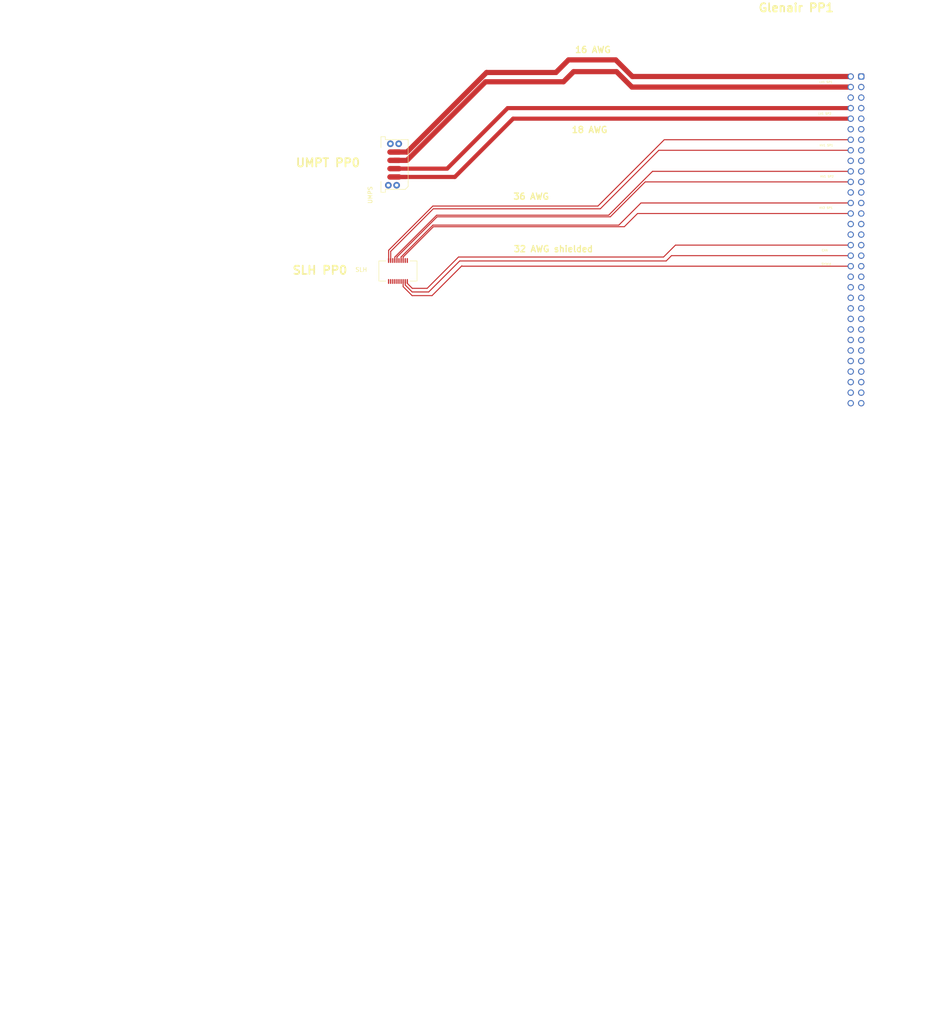
<source format=kicad_pcb>
(kicad_pcb (version 20171130) (host pcbnew "(5.1.2)-2")
  (layers (0 F.Cu signal) (31 B.Cu signal) (34 B.Paste user) (35 F.Paste user) (36 B.SilkS user) (37 F.SilkS user) (38 B.Mask user) (39 F.Mask user) (44 Edge.Cuts user))
  (net 0 "")
  (module "" (layer F.Cu) (at -29.36 260.37 90)
    (fp_text reference "" (at 176.73 71.62 90) (layer F.SilkS) (effects (font (size 1.27 1.27))))
    (fp_text value "" (at 176.73 71.62 90) (layer F.SilkS) (effects (font (size 1.27 1.27))))
    (fp_text user "SLH PP0" (at 181.43 76.87 180) (layer F.SilkS) (effects (font (size 2 2) (thickness 0.4))))
  )
  (module "" (layer F.Cu) (at -11.99 223.1 90)
    (fp_text reference "" (at 176.73 71.62 90) (layer F.SilkS) (effects (font (size 1.27 1.27))))
    (fp_text value "" (at 176.73 71.62 90) (layer F.SilkS) (effects (font (size 1.27 1.27))))
    (fp_text user "UMPT PP0" (at 170.07 61.43 180) (layer F.SilkS) (effects (font (size 2 2) (thickness 0.4))))
  )
  (module SCIPP_Connectors:EJH (layer F.Cu) (at 176.73 71.62 270)
    (fp_text reference "Glenair PP1" (at -55.94 14.41 180) (layer F.SilkS) (effects (font (size 2 2) (thickness 0.4))))
    (fp_text value EJH)
    (pad 64 thru_hole circle (at 39.37 1.27 270) (size 1.524 1.524) (drill 1.02) (layers *.Cu *.Mask))
    (pad 63 thru_hole circle (at 36.83 1.27 270) (size 1.524 1.524) (drill 1.02) (layers *.Cu *.Mask))
    (pad 62 thru_hole circle (at 34.29 1.27 270) (size 1.524 1.524) (drill 1.02) (layers *.Cu *.Mask))
    (pad 61 thru_hole circle (at 31.75 1.27 270) (size 1.524 1.524) (drill 1.02) (layers *.Cu *.Mask))
    (pad 60 thru_hole circle (at 29.21 1.27 270) (size 1.524 1.524) (drill 1.02) (layers *.Cu *.Mask))
    (pad 59 thru_hole circle (at 26.67 1.27 270) (size 1.524 1.524) (drill 1.02) (layers *.Cu *.Mask))
    (pad 58 thru_hole circle (at 24.13 1.27 270) (size 1.524 1.524) (drill 1.02) (layers *.Cu *.Mask))
    (pad 57 thru_hole circle (at 21.59 1.27 270) (size 1.524 1.524) (drill 1.02) (layers *.Cu *.Mask))
    (pad 56 thru_hole circle (at 19.05 1.27 270) (size 1.524 1.524) (drill 1.02) (layers *.Cu *.Mask))
    (pad 55 thru_hole circle (at 16.51 1.27 270) (size 1.524 1.524) (drill 1.02) (layers *.Cu *.Mask))
    (pad 54 thru_hole circle (at 13.97 1.27 270) (size 1.524 1.524) (drill 1.02) (layers *.Cu *.Mask))
    (pad 53 thru_hole circle (at 11.43 1.27 270) (size 1.524 1.524) (drill 1.02) (layers *.Cu *.Mask))
    (pad 52 thru_hole circle (at 8.89 1.27 270) (size 1.524 1.524) (drill 1.02) (layers *.Cu *.Mask))
    (pad 51 thru_hole circle (at 6.35 1.27 270) (size 1.524 1.524) (drill 1.02) (layers *.Cu *.Mask))
    (pad 50 thru_hole circle (at 3.81 1.27 270) (size 1.524 1.524) (drill 1.02) (layers *.Cu *.Mask))
    (pad 49 thru_hole circle (at 1.27 1.27 270) (size 1.524 1.524) (drill 1.02) (layers *.Cu *.Mask))
    (pad 48 thru_hole circle (at -1.27 1.27 270) (size 1.524 1.524) (drill 1.02) (layers *.Cu *.Mask))
    (pad 47 thru_hole circle (at -3.81 1.27 270) (size 1.524 1.524) (drill 1.02) (layers *.Cu *.Mask))
    (pad 46 thru_hole circle (at -6.35 1.27 270) (size 1.524 1.524) (drill 1.02) (layers *.Cu *.Mask))
    (pad 45 thru_hole circle (at -8.89 1.27 270) (size 1.524 1.524) (drill 1.02) (layers *.Cu *.Mask))
    (pad 44 thru_hole circle (at -11.43 1.27 270) (size 1.524 1.524) (drill 1.02) (layers *.Cu *.Mask))
    (pad 43 thru_hole circle (at -13.97 1.27 270) (size 1.524 1.524) (drill 1.02) (layers *.Cu *.Mask))
    (pad 42 thru_hole circle (at -16.51 1.27 270) (size 1.524 1.524) (drill 1.02) (layers *.Cu *.Mask))
    (pad 41 thru_hole circle (at -19.05 1.27 270) (size 1.524 1.524) (drill 1.02) (layers *.Cu *.Mask))
    (pad 40 thru_hole circle (at -21.59 1.27 270) (size 1.524 1.524) (drill 1.02) (layers *.Cu *.Mask))
    (pad 39 thru_hole circle (at -24.13 1.27 270) (size 1.524 1.524) (drill 1.02) (layers *.Cu *.Mask))
    (pad 38 thru_hole circle (at -26.67 1.27 270) (size 1.524 1.524) (drill 1.02) (layers *.Cu *.Mask))
    (pad 37 thru_hole circle (at -29.21 1.27 270) (size 1.524 1.524) (drill 1.02) (layers *.Cu *.Mask))
    (pad 36 thru_hole circle (at -31.75 1.27 270) (size 1.524 1.524) (drill 1.02) (layers *.Cu *.Mask))
    (pad 35 thru_hole circle (at -34.29 1.27 270) (size 1.524 1.524) (drill 1.02) (layers *.Cu *.Mask))
    (pad 34 thru_hole circle (at -36.83 1.27 270) (size 1.524 1.524) (drill 1.02) (layers *.Cu *.Mask))
    (pad 33 thru_hole circle (at -39.37 1.27 270) (size 1.524 1.524) (drill 1.02) (layers *.Cu *.Mask))
    (pad 32 thru_hole circle (at 39.37 -1.27 270) (size 1.524 1.524) (drill 1.02) (layers *.Cu *.Mask))
    (pad 31 thru_hole circle (at 36.83 -1.27 270) (size 1.524 1.524) (drill 1.02) (layers *.Cu *.Mask))
    (pad 30 thru_hole circle (at 34.29 -1.27 270) (size 1.524 1.524) (drill 1.02) (layers *.Cu *.Mask))
    (pad 29 thru_hole circle (at 31.75 -1.27 270) (size 1.524 1.524) (drill 1.02) (layers *.Cu *.Mask))
    (pad 28 thru_hole circle (at 29.21 -1.27 270) (size 1.524 1.524) (drill 1.02) (layers *.Cu *.Mask))
    (pad 27 thru_hole circle (at 26.67 -1.27 270) (size 1.524 1.524) (drill 1.02) (layers *.Cu *.Mask))
    (pad 26 thru_hole circle (at 24.13 -1.27 270) (size 1.524 1.524) (drill 1.02) (layers *.Cu *.Mask))
    (pad 25 thru_hole circle (at 21.59 -1.27 270) (size 1.524 1.524) (drill 1.02) (layers *.Cu *.Mask))
    (pad 24 thru_hole circle (at 19.05 -1.27 270) (size 1.524 1.524) (drill 1.02) (layers *.Cu *.Mask))
    (pad 23 thru_hole circle (at 16.51 -1.27 270) (size 1.524 1.524) (drill 1.02) (layers *.Cu *.Mask))
    (pad 22 thru_hole circle (at 13.97 -1.27 270) (size 1.524 1.524) (drill 1.02) (layers *.Cu *.Mask))
    (pad 21 thru_hole circle (at 11.43 -1.27 270) (size 1.524 1.524) (drill 1.02) (layers *.Cu *.Mask))
    (pad 20 thru_hole circle (at 8.89 -1.27 270) (size 1.524 1.524) (drill 1.02) (layers *.Cu *.Mask))
    (pad 19 thru_hole circle (at 6.35 -1.27 270) (size 1.524 1.524) (drill 1.02) (layers *.Cu *.Mask))
    (pad 18 thru_hole circle (at 3.81 -1.27 270) (size 1.524 1.524) (drill 1.02) (layers *.Cu *.Mask))
    (pad 17 thru_hole circle (at 1.27 -1.27 270) (size 1.524 1.524) (drill 1.02) (layers *.Cu *.Mask))
    (pad 16 thru_hole circle (at -1.27 -1.27 270) (size 1.524 1.524) (drill 1.02) (layers *.Cu *.Mask))
    (pad 15 thru_hole circle (at -3.81 -1.27 270) (size 1.524 1.524) (drill 1.02) (layers *.Cu *.Mask))
    (pad 14 thru_hole circle (at -6.35 -1.27 270) (size 1.524 1.524) (drill 1.02) (layers *.Cu *.Mask))
    (pad 13 thru_hole circle (at -8.89 -1.27 270) (size 1.524 1.524) (drill 1.02) (layers *.Cu *.Mask))
    (pad 12 thru_hole circle (at -11.43 -1.27 270) (size 1.524 1.524) (drill 1.02) (layers *.Cu *.Mask))
    (pad 11 thru_hole circle (at -13.97 -1.27 270) (size 1.524 1.524) (drill 1.02) (layers *.Cu *.Mask))
    (pad 10 thru_hole circle (at -16.51 -1.27 270) (size 1.524 1.524) (drill 1.02) (layers *.Cu *.Mask))
    (pad 9 thru_hole circle (at -19.05 -1.27 270) (size 1.524 1.524) (drill 1.02) (layers *.Cu *.Mask))
    (pad 8 thru_hole circle (at -21.59 -1.27 270) (size 1.524 1.524) (drill 1.02) (layers *.Cu *.Mask))
    (pad 7 thru_hole circle (at -24.13 -1.27 270) (size 1.524 1.524) (drill 1.02) (layers *.Cu *.Mask))
    (pad 6 thru_hole circle (at -26.67 -1.27 270) (size 1.524 1.524) (drill 1.02) (layers *.Cu *.Mask))
    (pad 5 thru_hole circle (at -29.21 -1.27 270) (size 1.524 1.524) (drill 1.02) (layers *.Cu *.Mask))
    (pad 4 thru_hole circle (at -31.75 -1.27 270) (size 1.524 1.524) (drill 1.02) (layers *.Cu *.Mask))
    (pad 3 thru_hole circle (at -34.29 -1.27 270) (size 1.524 1.524) (drill 1.02) (layers *.Cu *.Mask))
    (pad 2 thru_hole circle (at -36.83 -1.27 270) (size 1.524 1.524) (drill 1.02) (layers *.Cu *.Mask))
    (pad 1 thru_hole roundrect (at -39.37 -1.27 270) (size 1.524 1.524) (drill 1.02) (layers *.Cu *.Mask))
  )
  (module SCIPP_Connectors:SLH (layer F.Cu) (at 66.32 79.13)
    (fp_text reference REF**)
    (fp_text value SLH (at -8.855 -0.32) (layer F.SilkS))
    (fp_line (start 4.6 -2.425) (end 4.6 2.4) (layer F.SilkS) (width 0.12))
    (fp_line (start 2.9 -2.425) (end 4.6 -2.425) (layer F.SilkS) (width 0.12))
    (fp_line (start 4.6 2.4) (end 4.6 2.425) (layer F.SilkS) (width 0.12))
    (fp_line (start 4.6 2.425) (end 2.9 2.425) (layer F.SilkS) (width 0.12))
    (fp_line (start -4.6 -2.425) (end -2.9 -2.425) (layer F.SilkS) (width 0.12))
    (fp_line (start -4.6 -2.4) (end -4.6 -2.425) (layer F.SilkS) (width 0.12))
    (fp_line (start -4.6 2.425) (end -4.6 -2.4) (layer F.SilkS) (width 0.12))
    (fp_line (start -2.9 2.425) (end -4.6 2.425) (layer F.SilkS) (width 0.12))
    (pad 20 smd oval (at 2.25 2.525) (size 0.3 1.2) (layers F.Cu F.Paste F.Mask))
    (pad 19 smd oval (at 1.75 2.525) (size 0.3 1.2) (layers F.Cu F.Paste F.Mask))
    (pad 18 smd oval (at 1.25 2.525) (size 0.3 1.2) (layers F.Cu F.Paste F.Mask))
    (pad 17 smd oval (at 0.75 2.525) (size 0.3 1.2) (layers F.Cu F.Paste F.Mask))
    (pad 16 smd oval (at 0.25 2.525) (size 0.3 1.2) (layers F.Cu F.Paste F.Mask))
    (pad 15 smd oval (at -0.25 2.525) (size 0.3 1.2) (layers F.Cu F.Paste F.Mask))
    (pad 14 smd oval (at -0.75 2.525) (size 0.3 1.2) (layers F.Cu F.Paste F.Mask))
    (pad 13 smd oval (at -1.25 2.525) (size 0.3 1.2) (layers F.Cu F.Paste F.Mask))
    (pad 12 smd oval (at -1.75 2.525) (size 0.3 1.2) (layers F.Cu F.Paste F.Mask))
    (pad 11 smd oval (at -2.25 2.525) (size 0.3 1.2) (layers F.Cu F.Paste F.Mask))
    (pad 10 smd oval (at 2.25 -2.525) (size 0.3 1.2) (layers F.Cu F.Paste F.Mask))
    (pad 9 smd oval (at 1.75 -2.525) (size 0.3 1.2) (layers F.Cu F.Paste F.Mask))
    (pad 8 smd oval (at 1.25 -2.525) (size 0.3 1.2) (layers F.Cu F.Paste F.Mask))
    (pad 7 smd oval (at 0.75 -2.525) (size 0.3 1.2) (layers F.Cu F.Paste F.Mask))
    (pad 6 smd oval (at 0.25 -2.525) (size 0.3 1.2) (layers F.Cu F.Paste F.Mask))
    (pad 5 smd oval (at -0.25 -2.525) (size 0.3 1.2) (layers F.Cu F.Paste F.Mask))
    (pad 4 smd oval (at -0.75 -2.525) (size 0.3 1.2) (layers F.Cu F.Paste F.Mask))
    (pad 3 smd oval (at -1.25 -2.525) (size 0.3 1.2) (layers F.Cu F.Paste F.Mask))
    (pad 2 smd oval (at -1.75 -2.525) (size 0.3 1.2) (layers F.Cu F.Paste F.Mask))
    (pad 1 smd oval (at -2.25 -2.525) (size 0.3 1.2) (layers F.Cu F.Paste F.Mask))
  )
  (module SCIPP_Connectors:UMPS (layer F.Cu) (at 65.5 53.46 90)
    (fp_text reference REF**)
    (fp_text value UMPS (at -7.35 -5.875 90) (layer F.SilkS))
    (fp_line (start 6.675 -3.275) (end 4.075 -3.275) (layer F.SilkS) (width 0.12))
    (fp_line (start -6.7 -3.275) (end -4.075 -3.275) (layer F.SilkS) (width 0.12))
    (fp_line (start 6 3.275) (end -4.275 3.275) (layer F.SilkS) (width 0.12))
    (fp_line (start 6 3.25) (end 6 3.275) (layer F.SilkS) (width 0.12))
    (fp_line (start 6 -2.225) (end 6 3.25) (layer F.SilkS) (width 0.12))
    (fp_line (start 6.025 -2.225) (end 6 -2.225) (layer F.SilkS) (width 0.12))
    (fp_line (start 6.7 -2.225) (end 6.025 -2.225) (layer F.SilkS) (width 0.12))
    (fp_line (start 6.7 -2.25) (end 6.7 -2.225) (layer F.SilkS) (width 0.12))
    (fp_line (start 6.7 -3.275) (end 6.7 -2.25) (layer F.SilkS) (width 0.12))
    (fp_line (start 6.675 -3.275) (end 6.7 -3.275) (layer F.SilkS) (width 0.12))
    (fp_line (start -6.7 -2.225) (end -6.7 -3.275) (layer F.SilkS) (width 0.12))
    (fp_line (start -6 -2.225) (end -6.7 -2.225) (layer F.SilkS) (width 0.12))
    (fp_line (start -6 -1.65) (end -6 -2.225) (layer F.SilkS) (width 0.12))
    (fp_line (start -5.3 3.275) (end -4.275 3.275) (layer F.SilkS) (width 0.12))
    (fp_line (start -6 2.575) (end -5.3 3.275) (layer F.SilkS) (width 0.12))
    (fp_line (start -6 -1.65) (end -6 2.575) (layer F.SilkS) (width 0.12))
    (pad 5 thru_hole circle (at -5 -1.5 90) (size 1.6 1.6) (drill 0.8) (layers *.Cu *.Mask))
    (pad 6 thru_hole circle (at -5 0.5 90) (size 1.6 1.6) (drill 0.8) (layers *.Cu *.Mask))
    (pad 8 thru_hole circle (at 5 1 90) (size 1.6 1.6) (drill 0.8) (layers *.Cu *.Mask))
    (pad 7 thru_hole circle (at 5 -1 90) (size 1.6 1.6) (drill 0.8) (layers *.Cu *.Mask))
    (pad 4 smd oval (at 3 0 90) (size 1.3 3.5) (layers F.Cu F.Paste F.Mask))
    (pad 3 smd oval (at 1 0 90) (size 1.3 3.5) (layers F.Cu F.Paste F.Mask))
    (pad 2 smd oval (at -1 0 90) (size 1.3 3.5) (layers F.Cu F.Paste F.Mask))
    (pad 1 smd oval (at -3 0 90) (size 1.3 3.5) (layers F.Cu F.Paste F.Mask))
  )
  (gr_text "LV1 SP2" (at 169.21 41.2) (layer F.SilkS) (effects (font (size 0.5 0.5) (thickness 0.08))))
  (gr_text "LV1 SP1" (at 169.48 33.58) (layer F.SilkS) (effects (font (size 0.5 0.5) (thickness 0.08))))
  (gr_text Shield (at 169.57 77.43) (layer F.SilkS) (effects (font (size 0.5 0.5) (thickness 0.08))))
  (gr_text CAN (at 169.21 74.15) (layer F.SilkS) (effects (font (size 0.5 0.5) (thickness 0.08))))
  (gr_text "HV2 SP1" (at 169.48 63.91) (layer F.SilkS) (effects (font (size 0.5 0.5) (thickness 0.08))))
  (gr_text "HV1 SP2" (at 169.71 56.35) (layer F.SilkS) (effects (font (size 0.5 0.5) (thickness 0.08))))
  (gr_text "HV1 SP1" (at 169.58 48.84) (layer F.SilkS) (effects (font (size 0.5 0.5) (thickness 0.08))))
  (gr_text "32 AWG shielded" (at 103.79 73.82) (layer F.SilkS) (effects (font (size 1.5 1.5) (thickness 0.3))))
  (gr_text "36 AWG " (at 99.01 61.16) (layer F.SilkS) (effects (font (size 1.5 1.5) (thickness 0.3))))
  (gr_text "18 AWG" (at 112.51 45.09) (layer F.SilkS) (effects (font (size 1.5 1.5) (thickness 0.3))))
  (gr_text "16 AWG" (at 113.32 25.8) (layer F.SilkS) (effects (font (size 1.5 1.5) (thickness 0.3))))
  (segment (start 65.5 50.46) (end 66.6 50.46) (width 1) (layer F.Cu) (net 0))
  (segment (start 65.5 56.46) (end 68.25 56.46) (width 1) (layer F.Cu) (net 0))
  (segment (start 68.5 50.46) (end 87.68 31.28) (width 1.25) (layer F.Cu) (net 0))
  (segment (start 65.5 50.46) (end 68.5 50.46) (width 1.25) (layer F.Cu) (net 0))
  (segment (start 87.68 31.28) (end 104.4 31.28) (width 1.25) (layer F.Cu) (net 0))
  (segment (start 104.4 31.28) (end 107.44 28.24) (width 1.25) (layer F.Cu) (net 0))
  (segment (start 107.44 28.24) (end 118.81 28.24) (width 1.25) (layer F.Cu) (net 0))
  (segment (start 122.82 32.25) (end 175.46 32.25) (width 1.25) (layer F.Cu) (net 0))
  (segment (start 118.81 28.24) (end 122.82 32.25) (width 1.25) (layer F.Cu) (net 0))
  (segment (start 122.72 34.79) (end 175.46 34.79) (width 1.25) (layer F.Cu) (net 0))
  (segment (start 68.5 52.46) (end 87.44 33.52) (width 1.25) (layer F.Cu) (net 0))
  (segment (start 65.5 52.46) (end 68.5 52.46) (width 1.25) (layer F.Cu) (net 0))
  (segment (start 87.44 33.52) (end 106.22 33.52) (width 1.25) (layer F.Cu) (net 0))
  (segment (start 106.22 33.52) (end 108.66 31.08) (width 1.25) (layer F.Cu) (net 0))
  (segment (start 108.66 31.08) (end 119.01 31.08) (width 1.25) (layer F.Cu) (net 0))
  (segment (start 119.01 31.08) (end 122.72 34.79) (width 1.25) (layer F.Cu) (net 0))
  (segment (start 65.5 54.46) (end 78.17 54.46) (width 1) (layer F.Cu) (net 0))
  (segment (start 92.76 39.87) (end 175.46 39.87) (width 1) (layer F.Cu) (net 0))
  (segment (start 78.17 54.46) (end 92.76 39.87) (width 1) (layer F.Cu) (net 0))
  (segment (start 94.08 42.41) (end 175.46 42.41) (width 1) (layer F.Cu) (net 0))
  (segment (start 65.5 56.46) (end 80.03 56.46) (width 1) (layer F.Cu) (net 0))
  (segment (start 80.03 56.46) (end 94.08 42.41) (width 1) (layer F.Cu) (net 0))
  (segment (start 130.51 47.49) (end 175.46 47.49) (width 0.25) (layer F.Cu) (net 0))
  (segment (start 114.53 63.47) (end 130.51 47.49) (width 0.25) (layer F.Cu) (net 0))
  (segment (start 74.73 63.47) (end 114.53 63.47) (width 0.25) (layer F.Cu) (net 0))
  (segment (start 64.07 76.605) (end 64.07 74.13) (width 0.25) (layer F.Cu) (net 0))
  (segment (start 64.07 74.13) (end 74.73 63.47) (width 0.25) (layer F.Cu) (net 0))
  (segment (start 64.57 76.605) (end 64.57 74.4) (width 0.25) (layer F.Cu) (net 0))
  (segment (start 64.57 74.4) (end 74.83 64.14) (width 0.25) (layer F.Cu) (net 0))
  (segment (start 74.83 64.14) (end 115.09 64.14) (width 0.25) (layer F.Cu) (net 0))
  (segment (start 129.2 50.03) (end 175.46 50.03) (width 0.25) (layer F.Cu) (net 0))
  (segment (start 115.09 64.14) (end 129.2 50.03) (width 0.25) (layer F.Cu) (net 0))
  (segment (start 65.57 75.755) (end 75.645 65.68) (width 0.25) (layer F.Cu) (net 0))
  (segment (start 65.57 76.605) (end 65.57 75.755) (width 0.25) (layer F.Cu) (net 0))
  (segment (start 75.645 65.68) (end 117.11 65.68) (width 0.25) (layer F.Cu) (net 0))
  (segment (start 127.68 55.11) (end 175.46 55.11) (width 0.25) (layer F.Cu) (net 0))
  (segment (start 117.11 65.68) (end 127.68 55.11) (width 0.25) (layer F.Cu) (net 0))
  (segment (start 125.92 57.65) (end 175.46 57.65) (width 0.25) (layer F.Cu) (net 0))
  (segment (start 117.51 66.06) (end 125.92 57.65) (width 0.25) (layer F.Cu) (net 0))
  (segment (start 75.765 66.06) (end 117.51 66.06) (width 0.25) (layer F.Cu) (net 0))
  (segment (start 66.07 76.605) (end 66.07 75.755) (width 0.25) (layer F.Cu) (net 0))
  (segment (start 66.07 75.755) (end 75.765 66.06) (width 0.25) (layer F.Cu) (net 0))
  (segment (start 67.07 75.755) (end 74.755 68.07) (width 0.25) (layer F.Cu) (net 0))
  (segment (start 67.07 76.605) (end 67.07 75.755) (width 0.25) (layer F.Cu) (net 0))
  (segment (start 74.755 68.07) (end 119.56 68.07) (width 0.25) (layer F.Cu) (net 0))
  (segment (start 124.9 62.73) (end 175.46 62.73) (width 0.25) (layer F.Cu) (net 0))
  (segment (start 119.56 68.07) (end 124.9 62.73) (width 0.25) (layer F.Cu) (net 0))
  (segment (start 124.07 65.27) (end 175.46 65.27) (width 0.25) (layer F.Cu) (net 0))
  (segment (start 120.89 68.45) (end 124.07 65.27) (width 0.25) (layer F.Cu) (net 0))
  (segment (start 74.875 68.45) (end 120.89 68.45) (width 0.25) (layer F.Cu) (net 0))
  (segment (start 67.57 76.605) (end 67.57 75.755) (width 0.25) (layer F.Cu) (net 0))
  (segment (start 67.57 75.755) (end 74.875 68.45) (width 0.25) (layer F.Cu) (net 0))
  (segment (start 68.57 82.105) (end 69.775 83.31) (width 0.25) (layer F.Cu) (net 0))
  (segment (start 68.57 81.655) (end 68.57 82.105) (width 0.25) (layer F.Cu) (net 0))
  (segment (start 69.775 83.31) (end 73.36 83.31) (width 0.25) (layer F.Cu) (net 0))
  (segment (start 73.36 83.31) (end 80.91 75.76) (width 0.25) (layer F.Cu) (net 0))
  (segment (start 80.91 75.76) (end 130.34 75.76) (width 0.25) (layer F.Cu) (net 0))
  (segment (start 133.21 72.89) (end 175.46 72.89) (width 0.25) (layer F.Cu) (net 0))
  (segment (start 130.34 75.76) (end 133.21 72.89) (width 0.25) (layer F.Cu) (net 0))
  (segment (start 68.07 82.505) (end 69.745 84.18) (width 0.25) (layer F.Cu) (net 0))
  (segment (start 68.07 81.655) (end 68.07 82.505) (width 0.25) (layer F.Cu) (net 0))
  (segment (start 69.745 84.18) (end 73.73 84.18) (width 0.25) (layer F.Cu) (net 0))
  (segment (start 73.73 84.18) (end 81.2 76.71) (width 0.25) (layer F.Cu) (net 0))
  (segment (start 81.2 76.71) (end 130.98 76.71) (width 0.25) (layer F.Cu) (net 0))
  (segment (start 132.26 75.43) (end 175.46 75.43) (width 0.25) (layer F.Cu) (net 0))
  (segment (start 130.98 76.71) (end 132.26 75.43) (width 0.25) (layer F.Cu) (net 0))
  (segment (start 81.77 77.97) (end 175.46 77.97) (width 0.25) (layer F.Cu) (net 0))
  (segment (start 81.7 77.9) (end 81.77 77.97) (width 0.25) (layer F.Cu) (net 0))
  (segment (start 74.54 85.06) (end 81.7 77.9) (width 0.25) (layer F.Cu) (net 0))
  (segment (start 69.73 85.06) (end 74.54 85.06) (width 0.25) (layer F.Cu) (net 0))
  (segment (start 67.57 81.655) (end 67.57 82.9) (width 0.25) (layer F.Cu) (net 0))
  (segment (start 67.57 82.9) (end 69.73 85.06) (width 0.25) (layer F.Cu) (net 0))
)
</source>
